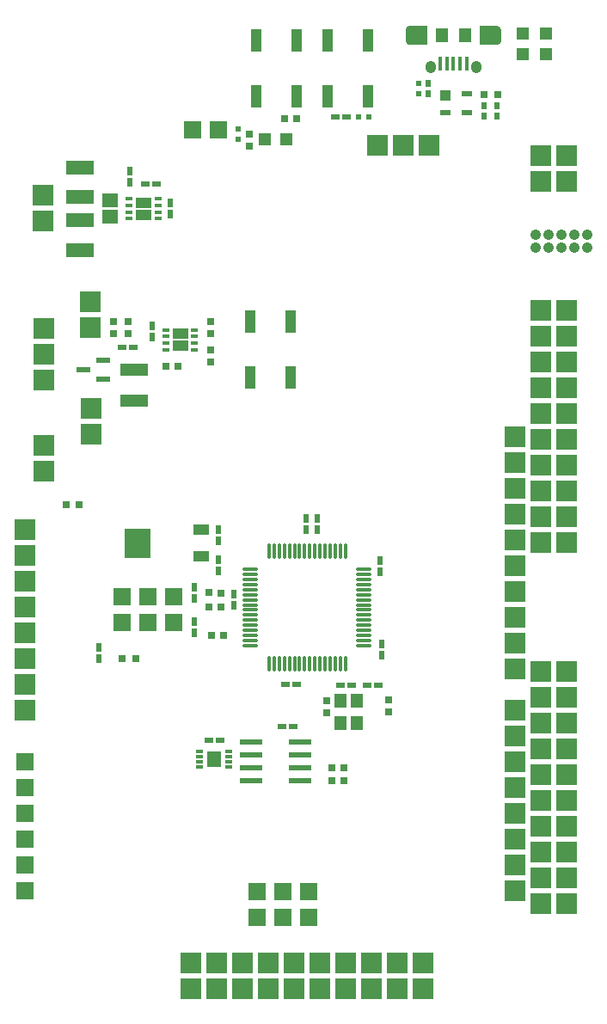
<source format=gtp>
G04 Layer_Color=8421504*
%FSLAX43Y43*%
%MOMM*%
G71*
G01*
G75*
%ADD11R,0.400X1.350*%
%ADD12R,1.000X2.250*%
%ADD14R,1.150X1.400*%
%ADD15R,1.600X1.000*%
%ADD16R,2.500X3.000*%
%ADD18R,0.700X0.300*%
%ADD19R,0.675X0.350*%
%ADD21O,0.300X1.650*%
%ADD22O,1.650X0.300*%
%ADD23R,2.200X0.600*%
%ADD24R,1.400X0.600*%
%ADD25R,1.200X1.200*%
%ADD26R,1.100X1.000*%
%ADD27R,1.100X0.600*%
%ADD28R,0.700X0.700*%
%ADD29R,2.800X1.400*%
%ADD30R,0.650X0.800*%
%ADD31R,2.700X1.250*%
%ADD32R,1.500X1.350*%
%ADD33R,0.900X0.600*%
%ADD35R,0.600X0.900*%
%ADD36R,0.762X0.762*%
%ADD37R,0.800X0.650*%
%ADD38R,0.600X0.550*%
%ADD39R,0.550X0.600*%
%ADD40R,0.500X0.650*%
%ADD41R,1.200X1.200*%
%ADD42R,0.700X0.700*%
G04:AMPARAMS|DCode=110|XSize=1.05mm|YSize=1.25mm|CornerRadius=0.525mm|HoleSize=0mm|Usage=FLASHONLY|Rotation=180.000|XOffset=0mm|YOffset=0mm|HoleType=Round|Shape=RoundedRectangle|*
%AMROUNDEDRECTD110*
21,1,1.050,0.200,0,0,180.0*
21,1,0.000,1.250,0,0,180.0*
1,1,1.050,0.000,0.100*
1,1,1.050,0.000,0.100*
1,1,1.050,0.000,-0.100*
1,1,1.050,0.000,-0.100*
%
%ADD110ROUNDEDRECTD110*%
G04:AMPARAMS|DCode=111|XSize=2.1mm|YSize=1.9mm|CornerRadius=0.494mm|HoleSize=0mm|Usage=FLASHONLY|Rotation=180.000|XOffset=0mm|YOffset=0mm|HoleType=Round|Shape=RoundedRectangle|*
%AMROUNDEDRECTD111*
21,1,2.100,0.912,0,0,180.0*
21,1,1.112,1.900,0,0,180.0*
1,1,0.988,-0.556,0.456*
1,1,0.988,0.556,0.456*
1,1,0.988,0.556,-0.456*
1,1,0.988,-0.556,-0.456*
%
%ADD111ROUNDEDRECTD111*%
%ADD112R,1.700X1.700*%
%ADD113R,2.100X2.100*%
%ADD114R,2.100X2.100*%
%ADD115C,1.050*%
%ADD116R,1.750X1.750*%
%ADD117R,1.700X1.700*%
%ADD118R,1.550X1.125*%
%ADD119R,1.350X1.550*%
%ADD120R,1.300X1.400*%
G36*
X-18200Y-2625D02*
X-19800D01*
X-19848Y-2621D01*
X-19901Y-2614D01*
X-19954Y-2599D01*
X-19997Y-2583D01*
X-20039Y-2563D01*
X-20083Y-2535D01*
X-20121Y-2506D01*
X-20160Y-2472D01*
X-20189Y-2436D01*
X-20217Y-2399D01*
X-20241Y-2358D01*
X-20261Y-2316D01*
X-20277Y-2274D01*
X-20289Y-2223D01*
X-20296Y-2178D01*
X-20300Y-2125D01*
Y-1225D01*
X-20296Y-1170D01*
X-20288Y-1125D01*
X-20276Y-1075D01*
X-20260Y-1035D01*
X-20247Y-1002D01*
X-20222Y-959D01*
X-20196Y-922D01*
X-20165Y-884D01*
X-20120Y-843D01*
X-20080Y-813D01*
X-20034Y-784D01*
X-19981Y-760D01*
X-19894Y-734D01*
X-19800Y-725D01*
X-18200D01*
Y-2625D01*
D02*
G37*
G36*
X-11352Y-729D02*
X-11299Y-736D01*
X-11246Y-751D01*
X-11203Y-767D01*
X-11161Y-787D01*
X-11117Y-815D01*
X-11079Y-844D01*
X-11040Y-878D01*
X-11011Y-914D01*
X-10983Y-951D01*
X-10959Y-992D01*
X-10939Y-1034D01*
X-10923Y-1076D01*
X-10911Y-1127D01*
X-10904Y-1172D01*
X-10900Y-1225D01*
Y-2125D01*
X-10904Y-2180D01*
X-10912Y-2225D01*
X-10924Y-2275D01*
X-10940Y-2315D01*
X-10953Y-2348D01*
X-10978Y-2391D01*
X-11004Y-2428D01*
X-11035Y-2466D01*
X-11080Y-2507D01*
X-11120Y-2537D01*
X-11166Y-2566D01*
X-11219Y-2590D01*
X-11306Y-2616D01*
X-11400Y-2625D01*
X-13000D01*
Y-725D01*
X-11400D01*
X-11352Y-729D01*
D02*
G37*
D11*
X-14300Y-4475D02*
D03*
X-14950D02*
D03*
X-15600D02*
D03*
X-16250D02*
D03*
X-16900D02*
D03*
D12*
X-35000Y-7650D02*
D03*
Y-2150D02*
D03*
X-31000D02*
D03*
Y-7650D02*
D03*
X-28000D02*
D03*
Y-2150D02*
D03*
X-24000D02*
D03*
Y-7650D02*
D03*
X-31625Y-29875D02*
D03*
Y-35375D02*
D03*
X-35625D02*
D03*
Y-29875D02*
D03*
D14*
X-26700Y-67200D02*
D03*
Y-69400D02*
D03*
X-25100D02*
D03*
Y-67200D02*
D03*
D15*
X-40475Y-50375D02*
D03*
Y-52975D02*
D03*
D16*
X-46725Y-51675D02*
D03*
D18*
X-40625Y-72175D02*
D03*
Y-72675D02*
D03*
Y-73175D02*
D03*
Y-73675D02*
D03*
X-37725D02*
D03*
Y-73175D02*
D03*
Y-72675D02*
D03*
Y-72175D02*
D03*
D19*
X-41100Y-32620D02*
D03*
Y-31970D02*
D03*
Y-31320D02*
D03*
Y-30670D02*
D03*
X-43924D02*
D03*
Y-31320D02*
D03*
Y-31970D02*
D03*
Y-32620D02*
D03*
X-44700Y-19720D02*
D03*
Y-19070D02*
D03*
Y-18420D02*
D03*
Y-17770D02*
D03*
X-47525D02*
D03*
Y-18420D02*
D03*
Y-19070D02*
D03*
Y-19720D02*
D03*
D21*
X-33750Y-52425D02*
D03*
X-33250D02*
D03*
X-32750D02*
D03*
X-32250D02*
D03*
X-31750D02*
D03*
X-31250D02*
D03*
X-30750D02*
D03*
X-30250D02*
D03*
X-29750D02*
D03*
X-29250D02*
D03*
X-28750D02*
D03*
X-28250D02*
D03*
X-27750D02*
D03*
X-27250D02*
D03*
X-26750D02*
D03*
X-26250D02*
D03*
Y-63575D02*
D03*
X-26750D02*
D03*
X-27250D02*
D03*
X-27750D02*
D03*
X-28250D02*
D03*
X-28750D02*
D03*
X-29250D02*
D03*
X-29750D02*
D03*
X-30250D02*
D03*
X-30750D02*
D03*
X-31250D02*
D03*
X-31750D02*
D03*
X-32250D02*
D03*
X-32750D02*
D03*
X-33250D02*
D03*
X-33750D02*
D03*
D22*
X-24425Y-54250D02*
D03*
Y-54750D02*
D03*
Y-55250D02*
D03*
Y-55750D02*
D03*
Y-56250D02*
D03*
Y-56750D02*
D03*
Y-57250D02*
D03*
Y-57750D02*
D03*
Y-58250D02*
D03*
Y-58750D02*
D03*
Y-59250D02*
D03*
Y-59750D02*
D03*
Y-60250D02*
D03*
Y-60750D02*
D03*
Y-61250D02*
D03*
Y-61750D02*
D03*
X-35575D02*
D03*
Y-61250D02*
D03*
Y-60750D02*
D03*
Y-60250D02*
D03*
Y-59750D02*
D03*
Y-59250D02*
D03*
Y-58750D02*
D03*
Y-58250D02*
D03*
Y-57750D02*
D03*
Y-57250D02*
D03*
Y-56750D02*
D03*
Y-56250D02*
D03*
Y-55750D02*
D03*
Y-55250D02*
D03*
Y-54750D02*
D03*
Y-54250D02*
D03*
D23*
X-30700Y-75080D02*
D03*
Y-73810D02*
D03*
Y-72540D02*
D03*
Y-71270D02*
D03*
X-35500Y-75080D02*
D03*
Y-73810D02*
D03*
Y-72540D02*
D03*
Y-71270D02*
D03*
D24*
X-50100Y-35520D02*
D03*
Y-33620D02*
D03*
X-52000Y-34570D02*
D03*
D25*
X-34150Y-11900D02*
D03*
X-32050D02*
D03*
D26*
X-16400Y-7600D02*
D03*
D27*
Y-9300D02*
D03*
X-14300D02*
D03*
Y-7400D02*
D03*
D28*
X-46850Y-63025D02*
D03*
X-48250D02*
D03*
X-11200Y-7500D02*
D03*
X-12600D02*
D03*
D29*
X-52375Y-14670D02*
D03*
Y-17570D02*
D03*
Y-19895D02*
D03*
Y-22795D02*
D03*
D30*
X-35700Y-11400D02*
D03*
Y-12600D02*
D03*
X-22000Y-67100D02*
D03*
Y-68300D02*
D03*
X-28100Y-67200D02*
D03*
Y-68400D02*
D03*
X-47675Y-31045D02*
D03*
Y-29845D02*
D03*
X-49050Y-29845D02*
D03*
Y-31045D02*
D03*
X-39500Y-33825D02*
D03*
Y-32625D02*
D03*
X-39475Y-31025D02*
D03*
Y-29825D02*
D03*
D31*
X-47050Y-34570D02*
D03*
Y-37620D02*
D03*
D32*
X-49400Y-19545D02*
D03*
Y-17895D02*
D03*
D33*
X-32475Y-69700D02*
D03*
X-31375D02*
D03*
X-32100Y-65600D02*
D03*
X-31000D02*
D03*
X-27225Y-9700D02*
D03*
X-26125D02*
D03*
X-25600Y-65700D02*
D03*
X-26700D02*
D03*
X-24100D02*
D03*
X-23000D02*
D03*
X-45975Y-16295D02*
D03*
X-44875D02*
D03*
X-48225Y-32400D02*
D03*
X-47125D02*
D03*
X-39675Y-71125D02*
D03*
X-38575D02*
D03*
D35*
X-41150Y-56000D02*
D03*
Y-57100D02*
D03*
X-41125Y-59425D02*
D03*
Y-60525D02*
D03*
X-38775Y-51475D02*
D03*
Y-50375D02*
D03*
Y-53275D02*
D03*
Y-54375D02*
D03*
X-22800Y-54450D02*
D03*
Y-53350D02*
D03*
X-22650Y-62725D02*
D03*
Y-61625D02*
D03*
X-30075Y-49225D02*
D03*
Y-50325D02*
D03*
X-28975Y-49225D02*
D03*
Y-50325D02*
D03*
X-37225Y-56700D02*
D03*
Y-57800D02*
D03*
X-43475Y-19270D02*
D03*
Y-18170D02*
D03*
X-47500Y-15045D02*
D03*
Y-16145D02*
D03*
X-45225Y-30270D02*
D03*
Y-31370D02*
D03*
X-50525Y-61900D02*
D03*
Y-63000D02*
D03*
D36*
X-38450Y-57973D02*
D03*
Y-56576D02*
D03*
D37*
X-27575Y-73775D02*
D03*
X-26375D02*
D03*
X-27575Y-75075D02*
D03*
X-26375D02*
D03*
X-43925Y-34270D02*
D03*
X-42725D02*
D03*
X-53700Y-47900D02*
D03*
X-52500D02*
D03*
X-32200Y-9900D02*
D03*
X-31000D02*
D03*
X-38250Y-60750D02*
D03*
X-39450D02*
D03*
D38*
X-23950Y-9700D02*
D03*
X-24950D02*
D03*
D39*
X-19000Y-7400D02*
D03*
Y-6400D02*
D03*
X-36800Y-10900D02*
D03*
Y-11900D02*
D03*
D40*
X-11300Y-9575D02*
D03*
Y-8625D02*
D03*
X-12600Y-9575D02*
D03*
Y-8625D02*
D03*
X-18100Y-6425D02*
D03*
Y-7375D02*
D03*
D41*
X-6500Y-1450D02*
D03*
Y-3550D02*
D03*
X-8750Y-1450D02*
D03*
Y-3550D02*
D03*
D42*
X-39700Y-56550D02*
D03*
Y-57950D02*
D03*
D110*
X-17825Y-4800D02*
D03*
X-13375D02*
D03*
D111*
X-19250Y-1675D02*
D03*
X-11950D02*
D03*
D112*
X-57778Y-85880D02*
D03*
Y-83340D02*
D03*
Y-80800D02*
D03*
Y-78260D02*
D03*
Y-75720D02*
D03*
Y-73180D02*
D03*
D113*
X-9518Y-85880D02*
D03*
Y-83340D02*
D03*
Y-80800D02*
D03*
Y-78260D02*
D03*
Y-75720D02*
D03*
Y-73180D02*
D03*
Y-70640D02*
D03*
Y-68100D02*
D03*
Y-41176D02*
D03*
Y-43716D02*
D03*
Y-46256D02*
D03*
Y-48796D02*
D03*
Y-51336D02*
D03*
Y-53876D02*
D03*
Y-56416D02*
D03*
Y-58956D02*
D03*
Y-61496D02*
D03*
Y-64036D02*
D03*
X-28730Y-95570D02*
D03*
Y-93030D02*
D03*
X-26190Y-95570D02*
D03*
Y-93030D02*
D03*
X-23650Y-95570D02*
D03*
Y-93030D02*
D03*
X-21110Y-95570D02*
D03*
Y-93030D02*
D03*
X-18570Y-95570D02*
D03*
X-31270Y-93030D02*
D03*
Y-95570D02*
D03*
X-33810Y-93030D02*
D03*
Y-95570D02*
D03*
X-36350Y-93030D02*
D03*
Y-95570D02*
D03*
X-38890Y-93030D02*
D03*
Y-95570D02*
D03*
X-41430Y-93030D02*
D03*
Y-95570D02*
D03*
X-18570Y-93030D02*
D03*
X-23065Y-12525D02*
D03*
X-20525D02*
D03*
X-17985D02*
D03*
X-57778Y-50320D02*
D03*
Y-52860D02*
D03*
Y-55400D02*
D03*
Y-57940D02*
D03*
Y-60480D02*
D03*
Y-63020D02*
D03*
Y-65560D02*
D03*
Y-68100D02*
D03*
D114*
X-55950Y-30490D02*
D03*
Y-33030D02*
D03*
Y-35570D02*
D03*
X-55925Y-42000D02*
D03*
Y-44540D02*
D03*
X-6970Y-13490D02*
D03*
X-4430D02*
D03*
X-6970Y-16030D02*
D03*
X-4430D02*
D03*
X-6970Y-64290D02*
D03*
X-4430Y-87150D02*
D03*
X-6970D02*
D03*
X-4430Y-84610D02*
D03*
X-6970D02*
D03*
X-4430Y-82070D02*
D03*
X-6970D02*
D03*
X-4430Y-79530D02*
D03*
X-6970D02*
D03*
X-4430Y-76990D02*
D03*
X-6970D02*
D03*
X-4430Y-64290D02*
D03*
X-6970Y-66830D02*
D03*
X-4430D02*
D03*
X-6970Y-69370D02*
D03*
X-4430D02*
D03*
X-6970Y-71910D02*
D03*
X-4430D02*
D03*
X-6970Y-74450D02*
D03*
X-4430D02*
D03*
X-6970Y-28730D02*
D03*
X-4430Y-51590D02*
D03*
X-6970D02*
D03*
X-4430Y-49050D02*
D03*
X-6970D02*
D03*
X-4430Y-46510D02*
D03*
X-6970D02*
D03*
X-4430Y-43970D02*
D03*
X-6970D02*
D03*
X-4430Y-41430D02*
D03*
X-6970D02*
D03*
X-4430Y-28730D02*
D03*
X-6970Y-31270D02*
D03*
X-4430D02*
D03*
X-6970Y-33810D02*
D03*
X-4430D02*
D03*
X-6970Y-36350D02*
D03*
X-4430D02*
D03*
X-6970Y-38890D02*
D03*
X-4430D02*
D03*
X-56000Y-19940D02*
D03*
Y-17400D02*
D03*
X-51400Y-30470D02*
D03*
Y-27930D02*
D03*
X-51300Y-38425D02*
D03*
Y-40965D02*
D03*
D115*
X-2450Y-21305D02*
D03*
Y-22575D02*
D03*
X-3720Y-21305D02*
D03*
Y-22575D02*
D03*
X-4990Y-21305D02*
D03*
Y-22575D02*
D03*
X-6260Y-21305D02*
D03*
Y-22575D02*
D03*
X-7530Y-21305D02*
D03*
Y-22575D02*
D03*
D116*
X-48240Y-59500D02*
D03*
Y-56960D02*
D03*
X-45700Y-59500D02*
D03*
Y-56960D02*
D03*
X-43160Y-59500D02*
D03*
Y-56960D02*
D03*
X-29889Y-86020D02*
D03*
Y-88560D02*
D03*
X-32429Y-86020D02*
D03*
Y-88560D02*
D03*
X-34969Y-86020D02*
D03*
Y-88560D02*
D03*
D117*
X-41270Y-10950D02*
D03*
X-38730D02*
D03*
D118*
X-42512Y-31033D02*
D03*
X-42512Y-32257D02*
D03*
X-46112Y-18133D02*
D03*
X-46112Y-19357D02*
D03*
D119*
X-39175Y-72925D02*
D03*
D120*
X-16750Y-1675D02*
D03*
X-14450D02*
D03*
M02*

</source>
